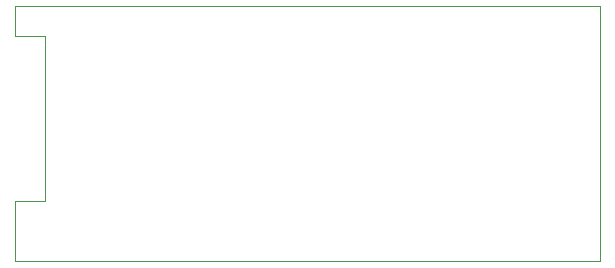
<source format=gbr>
G04 #@! TF.GenerationSoftware,KiCad,Pcbnew,(5.1.2)-1*
G04 #@! TF.CreationDate,2019-06-17T23:04:49-04:00*
G04 #@! TF.ProjectId,REV Type-C V2,52455620-5479-4706-952d-432056322e6b,rev?*
G04 #@! TF.SameCoordinates,Original*
G04 #@! TF.FileFunction,Profile,NP*
%FSLAX46Y46*%
G04 Gerber Fmt 4.6, Leading zero omitted, Abs format (unit mm)*
G04 Created by KiCad (PCBNEW (5.1.2)-1) date 2019-06-17 23:04:49*
%MOMM*%
%LPD*%
G04 APERTURE LIST*
%ADD10C,0.050000*%
G04 APERTURE END LIST*
D10*
X55880000Y-22860000D02*
X95250000Y-22860000D01*
X57150000Y-44450000D02*
X95250000Y-44450000D01*
X53340000Y-44450000D02*
X57150000Y-44450000D01*
X53340000Y-22860000D02*
X55880000Y-22860000D01*
X53340000Y-25400000D02*
X53340000Y-22860000D01*
X55880000Y-25400000D02*
X53340000Y-25400000D01*
X55880000Y-39370000D02*
X55880000Y-25400000D01*
X53340000Y-39370000D02*
X55880000Y-39370000D01*
X53340000Y-44450000D02*
X53340000Y-39370000D01*
X102870000Y-44450000D02*
X95250000Y-44450000D01*
X102870000Y-22860000D02*
X102870000Y-44450000D01*
X95250000Y-22860000D02*
X102870000Y-22860000D01*
M02*

</source>
